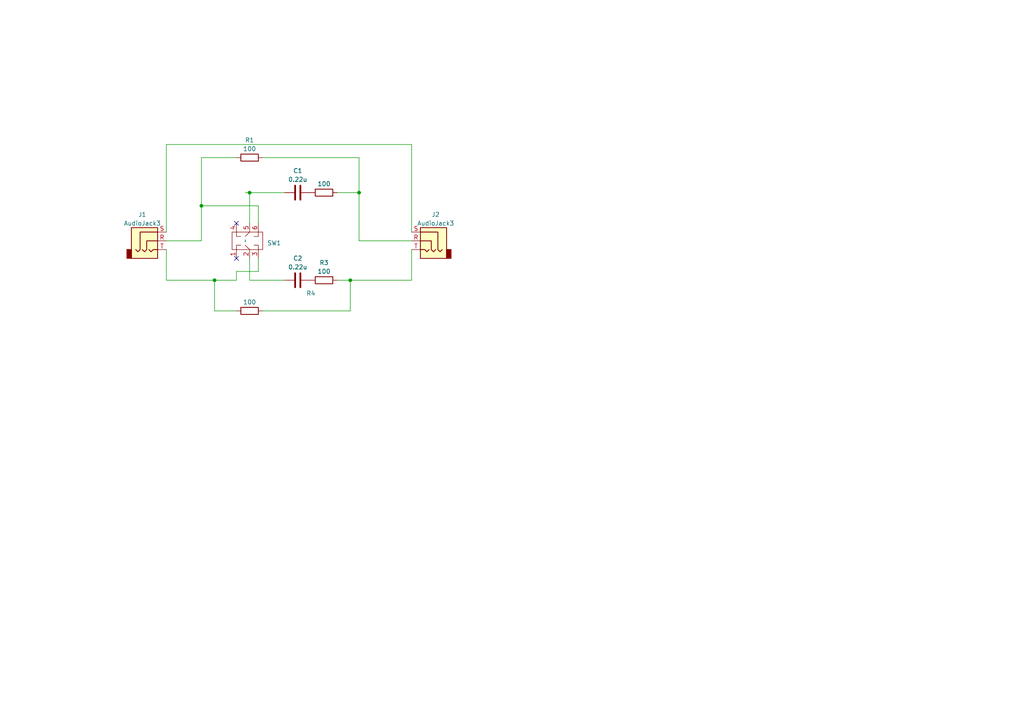
<source format=kicad_sch>
(kicad_sch (version 20230121) (generator eeschema)

  (uuid 158a1466-f2d9-4f54-a98f-fa22485fc04b)

  (paper "A4")

  (lib_symbols
    (symbol "Connector_Audio:AudioJack3" (in_bom yes) (on_board yes)
      (property "Reference" "J" (at 0 8.89 0)
        (effects (font (size 1.27 1.27)))
      )
      (property "Value" "AudioJack3" (at 0 6.35 0)
        (effects (font (size 1.27 1.27)))
      )
      (property "Footprint" "" (at 0 0 0)
        (effects (font (size 1.27 1.27)) hide)
      )
      (property "Datasheet" "~" (at 0 0 0)
        (effects (font (size 1.27 1.27)) hide)
      )
      (property "ki_keywords" "audio jack receptacle stereo headphones phones TRS connector" (at 0 0 0)
        (effects (font (size 1.27 1.27)) hide)
      )
      (property "ki_description" "Audio Jack, 3 Poles (Stereo / TRS)" (at 0 0 0)
        (effects (font (size 1.27 1.27)) hide)
      )
      (property "ki_fp_filters" "Jack*" (at 0 0 0)
        (effects (font (size 1.27 1.27)) hide)
      )
      (symbol "AudioJack3_0_1"
        (rectangle (start -5.08 -5.08) (end -6.35 -2.54)
          (stroke (width 0.254) (type default))
          (fill (type outline))
        )
        (polyline
          (pts
            (xy 0 -2.54)
            (xy 0.635 -3.175)
            (xy 1.27 -2.54)
            (xy 2.54 -2.54)
          )
          (stroke (width 0.254) (type default))
          (fill (type none))
        )
        (polyline
          (pts
            (xy -1.905 -2.54)
            (xy -1.27 -3.175)
            (xy -0.635 -2.54)
            (xy -0.635 0)
            (xy 2.54 0)
          )
          (stroke (width 0.254) (type default))
          (fill (type none))
        )
        (polyline
          (pts
            (xy 2.54 2.54)
            (xy -2.54 2.54)
            (xy -2.54 -2.54)
            (xy -3.175 -3.175)
            (xy -3.81 -2.54)
          )
          (stroke (width 0.254) (type default))
          (fill (type none))
        )
        (rectangle (start 2.54 3.81) (end -5.08 -5.08)
          (stroke (width 0.254) (type default))
          (fill (type background))
        )
      )
      (symbol "AudioJack3_1_1"
        (pin passive line (at 5.08 0 180) (length 2.54)
          (name "~" (effects (font (size 1.27 1.27))))
          (number "R" (effects (font (size 1.27 1.27))))
        )
        (pin passive line (at 5.08 2.54 180) (length 2.54)
          (name "~" (effects (font (size 1.27 1.27))))
          (number "S" (effects (font (size 1.27 1.27))))
        )
        (pin passive line (at 5.08 -2.54 180) (length 2.54)
          (name "~" (effects (font (size 1.27 1.27))))
          (number "T" (effects (font (size 1.27 1.27))))
        )
      )
    )
    (symbol "Device:C" (pin_numbers hide) (pin_names (offset 0.254)) (in_bom yes) (on_board yes)
      (property "Reference" "C" (at 0.635 2.54 0)
        (effects (font (size 1.27 1.27)) (justify left))
      )
      (property "Value" "C" (at 0.635 -2.54 0)
        (effects (font (size 1.27 1.27)) (justify left))
      )
      (property "Footprint" "" (at 0.9652 -3.81 0)
        (effects (font (size 1.27 1.27)) hide)
      )
      (property "Datasheet" "~" (at 0 0 0)
        (effects (font (size 1.27 1.27)) hide)
      )
      (property "ki_keywords" "cap capacitor" (at 0 0 0)
        (effects (font (size 1.27 1.27)) hide)
      )
      (property "ki_description" "Unpolarized capacitor" (at 0 0 0)
        (effects (font (size 1.27 1.27)) hide)
      )
      (property "ki_fp_filters" "C_*" (at 0 0 0)
        (effects (font (size 1.27 1.27)) hide)
      )
      (symbol "C_0_1"
        (polyline
          (pts
            (xy -2.032 -0.762)
            (xy 2.032 -0.762)
          )
          (stroke (width 0.508) (type default))
          (fill (type none))
        )
        (polyline
          (pts
            (xy -2.032 0.762)
            (xy 2.032 0.762)
          )
          (stroke (width 0.508) (type default))
          (fill (type none))
        )
      )
      (symbol "C_1_1"
        (pin passive line (at 0 3.81 270) (length 2.794)
          (name "~" (effects (font (size 1.27 1.27))))
          (number "1" (effects (font (size 1.27 1.27))))
        )
        (pin passive line (at 0 -3.81 90) (length 2.794)
          (name "~" (effects (font (size 1.27 1.27))))
          (number "2" (effects (font (size 1.27 1.27))))
        )
      )
    )
    (symbol "Device:R" (pin_numbers hide) (pin_names (offset 0)) (in_bom yes) (on_board yes)
      (property "Reference" "R" (at 2.032 0 90)
        (effects (font (size 1.27 1.27)))
      )
      (property "Value" "R" (at 0 0 90)
        (effects (font (size 1.27 1.27)))
      )
      (property "Footprint" "" (at -1.778 0 90)
        (effects (font (size 1.27 1.27)) hide)
      )
      (property "Datasheet" "~" (at 0 0 0)
        (effects (font (size 1.27 1.27)) hide)
      )
      (property "ki_keywords" "R res resistor" (at 0 0 0)
        (effects (font (size 1.27 1.27)) hide)
      )
      (property "ki_description" "Resistor" (at 0 0 0)
        (effects (font (size 1.27 1.27)) hide)
      )
      (property "ki_fp_filters" "R_*" (at 0 0 0)
        (effects (font (size 1.27 1.27)) hide)
      )
      (symbol "R_0_1"
        (rectangle (start -1.016 -2.54) (end 1.016 2.54)
          (stroke (width 0.254) (type default))
          (fill (type none))
        )
      )
      (symbol "R_1_1"
        (pin passive line (at 0 3.81 270) (length 1.27)
          (name "~" (effects (font (size 1.27 1.27))))
          (number "1" (effects (font (size 1.27 1.27))))
        )
        (pin passive line (at 0 -3.81 90) (length 1.27)
          (name "~" (effects (font (size 1.27 1.27))))
          (number "2" (effects (font (size 1.27 1.27))))
        )
      )
    )
    (symbol "maylib:CMSD2202TB" (in_bom yes) (on_board yes)
      (property "Reference" "SW" (at 0 6.35 0)
        (effects (font (size 1.27 1.27)))
      )
      (property "Value" "" (at 0 0 0)
        (effects (font (size 1.27 1.27)))
      )
      (property "Footprint" "" (at 0 0 0)
        (effects (font (size 1.27 1.27)) hide)
      )
      (property "Datasheet" "" (at 0 0 0)
        (effects (font (size 1.27 1.27)) hide)
      )
      (symbol "CMSD2202TB_0_1"
        (rectangle (start -2.54 3.81) (end 2.54 -5.08)
          (stroke (width 0) (type default))
          (fill (type none))
        )
        (polyline
          (pts
            (xy -2.54 -1.27)
            (xy -1.27 0)
          )
          (stroke (width 0) (type default))
          (fill (type none))
        )
        (polyline
          (pts
            (xy 2.54 -1.27)
            (xy 1.27 0)
          )
          (stroke (width 0) (type default))
          (fill (type none))
        )
        (polyline
          (pts
            (xy -2.54 -3.81)
            (xy -1.27 -3.81)
            (xy -1.27 -2.54)
          )
          (stroke (width 0) (type default))
          (fill (type none))
        )
        (polyline
          (pts
            (xy -2.54 2.54)
            (xy -1.27 2.54)
            (xy -1.27 1.27)
          )
          (stroke (width 0) (type default))
          (fill (type none))
        )
        (polyline
          (pts
            (xy 2.54 -3.81)
            (xy 1.27 -3.81)
            (xy 1.27 -2.54)
          )
          (stroke (width 0) (type default))
          (fill (type none))
        )
        (polyline
          (pts
            (xy 2.54 2.54)
            (xy 1.27 2.54)
            (xy 1.27 1.27)
          )
          (stroke (width 0) (type default))
          (fill (type none))
        )
      )
      (symbol "CMSD2202TB_1_1"
        (pin input line (at -5.08 2.54 0) (length 2.54)
          (name "" (effects (font (size 1.27 1.27))))
          (number "1" (effects (font (size 1.27 1.27))))
        )
        (pin input line (at -5.08 -1.27 0) (length 2.54)
          (name "" (effects (font (size 1.27 1.27))))
          (number "2" (effects (font (size 1.27 1.27))))
        )
        (pin input line (at -5.08 -3.81 0) (length 2.54)
          (name "" (effects (font (size 1.27 1.27))))
          (number "3" (effects (font (size 1.27 1.27))))
        )
        (pin input line (at 5.08 2.54 180) (length 2.54)
          (name "" (effects (font (size 1.27 1.27))))
          (number "4" (effects (font (size 1.27 1.27))))
        )
        (pin input line (at 5.08 -1.27 180) (length 2.54)
          (name "" (effects (font (size 1.27 1.27))))
          (number "5" (effects (font (size 1.27 1.27))))
        )
        (pin input line (at 5.08 -3.81 180) (length 2.54)
          (name "" (effects (font (size 1.27 1.27))))
          (number "6" (effects (font (size 1.27 1.27))))
        )
      )
    )
  )

  (junction (at 58.42 59.69) (diameter 0) (color 0 0 0 0)
    (uuid 25bc7b9a-e712-416e-b61b-57045b047fed)
  )
  (junction (at 62.23 81.28) (diameter 0) (color 0 0 0 0)
    (uuid 2600767f-1966-4581-9046-c985e9a821af)
  )
  (junction (at 101.6 81.28) (diameter 0) (color 0 0 0 0)
    (uuid 90d9144c-c862-481d-a501-977eeb0a24fb)
  )
  (junction (at 104.14 55.88) (diameter 0) (color 0 0 0 0)
    (uuid 999ac18a-52dc-4292-857e-0632c963a788)
  )
  (junction (at 72.39 55.88) (diameter 0) (color 0 0 0 0)
    (uuid ae2d8ffd-a6ff-4529-bb12-f0187a61847c)
  )

  (no_connect (at 68.58 64.77) (uuid 6f5ae7ab-9e4b-42b5-9b1e-a47c87e7bbba))
  (no_connect (at 68.58 74.93) (uuid c71cfd9c-d7e0-48ed-9370-a17a07ef973b))

  (wire (pts (xy 48.26 69.85) (xy 58.42 69.85))
    (stroke (width 0) (type default))
    (uuid 0dfe29ae-7da9-4448-8692-4ffc56604676)
  )
  (wire (pts (xy 48.26 67.31) (xy 48.26 41.91))
    (stroke (width 0) (type default))
    (uuid 1a8dc917-6739-4529-9f91-1970e792c16f)
  )
  (wire (pts (xy 104.14 45.72) (xy 104.14 55.88))
    (stroke (width 0) (type default))
    (uuid 231c8ba1-8e9f-47c0-9aa0-42f65eed5f48)
  )
  (wire (pts (xy 68.58 78.74) (xy 68.58 81.28))
    (stroke (width 0) (type default))
    (uuid 28d02cb8-fa57-4e85-98a8-c7900fef4942)
  )
  (wire (pts (xy 58.42 59.69) (xy 74.93 59.69))
    (stroke (width 0) (type default))
    (uuid 3298c156-7152-4b40-b69b-c610d93bf443)
  )
  (wire (pts (xy 101.6 81.28) (xy 101.6 90.17))
    (stroke (width 0) (type default))
    (uuid 32f8abc5-b84b-4c95-943b-7de602bbf22b)
  )
  (wire (pts (xy 97.79 55.88) (xy 104.14 55.88))
    (stroke (width 0) (type default))
    (uuid 34138236-8138-43dd-9425-97dd7352f8f7)
  )
  (wire (pts (xy 72.39 74.93) (xy 72.39 81.28))
    (stroke (width 0) (type default))
    (uuid 35fa4af2-515e-4f24-a320-f19c50796421)
  )
  (wire (pts (xy 58.42 59.69) (xy 58.42 69.85))
    (stroke (width 0) (type default))
    (uuid 378af91f-3b0e-4d1a-9678-c00c0b9b41d8)
  )
  (wire (pts (xy 74.93 59.69) (xy 74.93 64.77))
    (stroke (width 0) (type default))
    (uuid 43adfe5f-46f8-4004-83f5-79e9a811b047)
  )
  (wire (pts (xy 58.42 45.72) (xy 58.42 59.69))
    (stroke (width 0) (type default))
    (uuid 4860e64b-5573-4f0a-bfe6-5245a72b6c3f)
  )
  (wire (pts (xy 48.26 72.39) (xy 48.26 81.28))
    (stroke (width 0) (type default))
    (uuid 4a3714a8-f7c0-4ba2-a322-675b7dfbe146)
  )
  (wire (pts (xy 68.58 90.17) (xy 62.23 90.17))
    (stroke (width 0) (type default))
    (uuid 515fc92e-b33f-4257-aa62-88cbde672312)
  )
  (wire (pts (xy 101.6 81.28) (xy 119.38 81.28))
    (stroke (width 0) (type default))
    (uuid 57ec4502-7549-4639-9a34-f1d0c9065534)
  )
  (wire (pts (xy 71.12 55.88) (xy 72.39 55.88))
    (stroke (width 0) (type default))
    (uuid 5e41773d-162b-45e6-9973-cf8dab16c8ff)
  )
  (wire (pts (xy 119.38 41.91) (xy 119.38 67.31))
    (stroke (width 0) (type default))
    (uuid 608fabad-aea2-41af-8d66-30eed6137f6e)
  )
  (wire (pts (xy 62.23 90.17) (xy 62.23 81.28))
    (stroke (width 0) (type default))
    (uuid 670eb524-e47a-483b-9619-45327ef339a1)
  )
  (wire (pts (xy 76.2 90.17) (xy 101.6 90.17))
    (stroke (width 0) (type default))
    (uuid 81c3b840-7906-4708-bc35-d35571bb2f63)
  )
  (wire (pts (xy 104.14 69.85) (xy 119.38 69.85))
    (stroke (width 0) (type default))
    (uuid 943f571a-fa47-4386-b79c-89454b58b049)
  )
  (wire (pts (xy 97.79 81.28) (xy 101.6 81.28))
    (stroke (width 0) (type default))
    (uuid 9e5238c6-cde3-4d0c-a0f8-9576d12eb107)
  )
  (wire (pts (xy 68.58 81.28) (xy 62.23 81.28))
    (stroke (width 0) (type default))
    (uuid 9ffdead9-b20d-473a-9380-3a0e2be7226a)
  )
  (wire (pts (xy 72.39 64.77) (xy 72.39 55.88))
    (stroke (width 0) (type default))
    (uuid a21d0c67-f36e-49a4-9205-af471d93e8f9)
  )
  (wire (pts (xy 74.93 78.74) (xy 74.93 74.93))
    (stroke (width 0) (type default))
    (uuid abfbefe2-d12f-4020-937d-81ede6d6c7dc)
  )
  (wire (pts (xy 76.2 45.72) (xy 104.14 45.72))
    (stroke (width 0) (type default))
    (uuid b3fcea21-0085-4406-9ec3-ba9e08ffc86b)
  )
  (wire (pts (xy 48.26 41.91) (xy 119.38 41.91))
    (stroke (width 0) (type default))
    (uuid ba6eeb18-49fa-4fa1-bdb4-1e1abfa0221c)
  )
  (wire (pts (xy 72.39 55.88) (xy 82.55 55.88))
    (stroke (width 0) (type default))
    (uuid c47e9993-da99-4a08-9bb0-ba35269950f5)
  )
  (wire (pts (xy 72.39 81.28) (xy 82.55 81.28))
    (stroke (width 0) (type default))
    (uuid df944d58-8e43-4134-b1ec-ea88c594e320)
  )
  (wire (pts (xy 48.26 81.28) (xy 62.23 81.28))
    (stroke (width 0) (type default))
    (uuid e4165f33-6b87-47ea-b5e6-d1df964cfa00)
  )
  (wire (pts (xy 58.42 45.72) (xy 68.58 45.72))
    (stroke (width 0) (type default))
    (uuid e947ef84-e721-4d4a-965b-f0fa072495c3)
  )
  (wire (pts (xy 68.58 78.74) (xy 74.93 78.74))
    (stroke (width 0) (type default))
    (uuid ef8420f2-e135-42bc-90c6-a284066e6ff6)
  )
  (wire (pts (xy 119.38 81.28) (xy 119.38 72.39))
    (stroke (width 0) (type default))
    (uuid f1dabd78-07d7-4e11-a373-3fb5460d2f0b)
  )
  (wire (pts (xy 104.14 55.88) (xy 104.14 69.85))
    (stroke (width 0) (type default))
    (uuid feb0bccd-2922-4ac1-896b-0e97bf9a1833)
  )

  (symbol (lib_id "Device:R") (at 72.39 45.72 90) (unit 1)
    (in_bom yes) (on_board yes) (dnp no)
    (uuid 0f6a4684-666b-4e3b-ad25-011892c4736b)
    (property "Reference" "R1" (at 72.39 40.64 90)
      (effects (font (size 1.27 1.27)))
    )
    (property "Value" "100" (at 72.39 43.18 90)
      (effects (font (size 1.27 1.27)))
    )
    (property "Footprint" "Resistor_SMD:R_0603_1608Metric_Pad0.98x0.95mm_HandSolder" (at 72.39 47.498 90)
      (effects (font (size 1.27 1.27)) hide)
    )
    (property "Datasheet" "~" (at 72.39 45.72 0)
      (effects (font (size 1.27 1.27)) hide)
    )
    (pin "1" (uuid 7bb725c0-66a0-4ba2-ba54-82ea4f51d73b))
    (pin "2" (uuid 3e578a22-4089-4a30-a449-6b6dda5b7f88))
    (instances
      (project "erforasmr_2U"
        (path "/158a1466-f2d9-4f54-a98f-fa22485fc04b"
          (reference "R1") (unit 1)
        )
      )
    )
  )

  (symbol (lib_id "Device:R") (at 72.39 90.17 90) (unit 1)
    (in_bom yes) (on_board yes) (dnp no)
    (uuid 414d2fa9-249a-461f-b241-82f7be91a632)
    (property "Reference" "R4" (at 90.17 85.09 90)
      (effects (font (size 1.27 1.27)))
    )
    (property "Value" "100" (at 72.39 87.63 90)
      (effects (font (size 1.27 1.27)))
    )
    (property "Footprint" "Resistor_SMD:R_0603_1608Metric_Pad0.98x0.95mm_HandSolder" (at 72.39 91.948 90)
      (effects (font (size 1.27 1.27)) hide)
    )
    (property "Datasheet" "~" (at 72.39 90.17 0)
      (effects (font (size 1.27 1.27)) hide)
    )
    (pin "1" (uuid f1b26263-e259-420f-8c84-4935e2c4ea3f))
    (pin "2" (uuid 4c537ca2-dd70-4f77-a3f2-e61418c8d976))
    (instances
      (project "erforasmr_2U"
        (path "/158a1466-f2d9-4f54-a98f-fa22485fc04b"
          (reference "R4") (unit 1)
        )
      )
    )
  )

  (symbol (lib_id "Connector_Audio:AudioJack3") (at 43.18 69.85 0) (unit 1)
    (in_bom yes) (on_board yes) (dnp no) (fields_autoplaced)
    (uuid 8604cc9d-cb98-4ae7-8987-3c014554c95a)
    (property "Reference" "J1" (at 41.275 62.23 0)
      (effects (font (size 1.27 1.27)))
    )
    (property "Value" "AudioJack3" (at 41.275 64.77 0)
      (effects (font (size 1.27 1.27)))
    )
    (property "Footprint" "Connector_Audio:Jack_3.5mm_Switronic_ST-005-G_horizontal" (at 43.18 69.85 0)
      (effects (font (size 1.27 1.27)) hide)
    )
    (property "Datasheet" "~" (at 43.18 69.85 0)
      (effects (font (size 1.27 1.27)) hide)
    )
    (pin "R" (uuid 5b8b5c96-ae04-4f9f-8754-0329370a621a))
    (pin "S" (uuid a143db65-4839-4c1d-aef7-c1892b7e7ced))
    (pin "T" (uuid a5b20cd4-23e1-4608-a1f1-63fd5580ed9b))
    (instances
      (project "erforasmr_2U"
        (path "/158a1466-f2d9-4f54-a98f-fa22485fc04b"
          (reference "J1") (unit 1)
        )
      )
    )
  )

  (symbol (lib_id "Device:C") (at 86.36 81.28 90) (unit 1)
    (in_bom yes) (on_board yes) (dnp no) (fields_autoplaced)
    (uuid 86c81a53-f3e3-4848-baae-861cc2c7c570)
    (property "Reference" "C2" (at 86.36 74.93 90)
      (effects (font (size 1.27 1.27)))
    )
    (property "Value" "0.22u" (at 86.36 77.47 90)
      (effects (font (size 1.27 1.27)))
    )
    (property "Footprint" "Capacitor_SMD:C_0805_2012Metric_Pad1.18x1.45mm_HandSolder" (at 90.17 80.3148 0)
      (effects (font (size 1.27 1.27)) hide)
    )
    (property "Datasheet" "~" (at 86.36 81.28 0)
      (effects (font (size 1.27 1.27)) hide)
    )
    (pin "1" (uuid e845fa92-2c38-4c77-a748-b5b13c72af37))
    (pin "2" (uuid 57eb8b00-2ea9-45fe-8c49-ec2707f9f2e1))
    (instances
      (project "erforasmr_2U"
        (path "/158a1466-f2d9-4f54-a98f-fa22485fc04b"
          (reference "C2") (unit 1)
        )
      )
    )
  )

  (symbol (lib_id "Device:R") (at 93.98 81.28 90) (unit 1)
    (in_bom yes) (on_board yes) (dnp no) (fields_autoplaced)
    (uuid 87515c95-05ec-45e2-b56d-f267fd354ef6)
    (property "Reference" "R3" (at 93.98 76.2 90)
      (effects (font (size 1.27 1.27)))
    )
    (property "Value" "100" (at 93.98 78.74 90)
      (effects (font (size 1.27 1.27)))
    )
    (property "Footprint" "Resistor_SMD:R_0603_1608Metric_Pad0.98x0.95mm_HandSolder" (at 93.98 83.058 90)
      (effects (font (size 1.27 1.27)) hide)
    )
    (property "Datasheet" "~" (at 93.98 81.28 0)
      (effects (font (size 1.27 1.27)) hide)
    )
    (pin "1" (uuid c97c0e3c-0a55-48c5-8c39-5500f67da1d4))
    (pin "2" (uuid 0d52c9f7-ca52-4510-83be-cf357c78ee7a))
    (instances
      (project "erforasmr_2U"
        (path "/158a1466-f2d9-4f54-a98f-fa22485fc04b"
          (reference "R3") (unit 1)
        )
      )
    )
  )

  (symbol (lib_id "Device:C") (at 86.36 55.88 90) (unit 1)
    (in_bom yes) (on_board yes) (dnp no) (fields_autoplaced)
    (uuid b6dffb52-dc31-4807-82e4-2c313b292baa)
    (property "Reference" "C1" (at 86.36 49.53 90)
      (effects (font (size 1.27 1.27)))
    )
    (property "Value" "0.22u" (at 86.36 52.07 90)
      (effects (font (size 1.27 1.27)))
    )
    (property "Footprint" "Capacitor_SMD:C_0805_2012Metric_Pad1.18x1.45mm_HandSolder" (at 90.17 54.9148 0)
      (effects (font (size 1.27 1.27)) hide)
    )
    (property "Datasheet" "~" (at 86.36 55.88 0)
      (effects (font (size 1.27 1.27)) hide)
    )
    (pin "1" (uuid 9f5ccd05-d99a-4254-bfce-75849621ea5d))
    (pin "2" (uuid b4105a35-6915-40f2-a3f5-729bf59e06f0))
    (instances
      (project "erforasmr_2U"
        (path "/158a1466-f2d9-4f54-a98f-fa22485fc04b"
          (reference "C1") (unit 1)
        )
      )
    )
  )

  (symbol (lib_id "Connector_Audio:AudioJack3") (at 124.46 69.85 0) (mirror y) (unit 1)
    (in_bom yes) (on_board yes) (dnp no)
    (uuid d7e25e35-927a-4580-99d5-bab144fbdb15)
    (property "Reference" "J2" (at 126.365 62.23 0)
      (effects (font (size 1.27 1.27)))
    )
    (property "Value" "AudioJack3" (at 126.365 64.77 0)
      (effects (font (size 1.27 1.27)))
    )
    (property "Footprint" "Connector_Audio:Jack_3.5mm_Switronic_ST-005-G_horizontal" (at 124.46 69.85 0)
      (effects (font (size 1.27 1.27)) hide)
    )
    (property "Datasheet" "~" (at 124.46 69.85 0)
      (effects (font (size 1.27 1.27)) hide)
    )
    (pin "R" (uuid f38be079-0695-4fdf-a97e-432998ef0b2d))
    (pin "S" (uuid d5338284-7bf1-45e3-b2fd-966f018da654))
    (pin "T" (uuid 410bcef5-c001-44db-9bb8-4b786b10bd3a))
    (instances
      (project "erforasmr_2U"
        (path "/158a1466-f2d9-4f54-a98f-fa22485fc04b"
          (reference "J2") (unit 1)
        )
      )
    )
  )

  (symbol (lib_id "maylib:CMSD2202TB") (at 71.12 69.85 90) (unit 1)
    (in_bom yes) (on_board yes) (dnp no) (fields_autoplaced)
    (uuid ea9f6fce-ebb2-4263-ac33-e433bae36cc5)
    (property "Reference" "SW1" (at 77.47 70.485 90)
      (effects (font (size 1.27 1.27)) (justify right))
    )
    (property "Value" "~" (at 71.12 69.85 0)
      (effects (font (size 1.27 1.27)))
    )
    (property "Footprint" "mylib:CMS-2202TB" (at 71.12 69.85 0)
      (effects (font (size 1.27 1.27)) hide)
    )
    (property "Datasheet" "" (at 71.12 69.85 0)
      (effects (font (size 1.27 1.27)) hide)
    )
    (pin "1" (uuid 4e0ba032-9cc5-4aec-af16-eeab965ffdc2))
    (pin "2" (uuid 421ab4ef-fd64-47f8-abbe-104e1558f4d7))
    (pin "3" (uuid 996dbdca-97e0-4c2a-bba3-d489f5f23f9f))
    (pin "4" (uuid 2dd7dafb-0d02-4e1d-8bb6-c05a604083f9))
    (pin "5" (uuid 703f31a3-4c02-450c-ad82-206bf4525818))
    (pin "6" (uuid 76d9500d-7861-477b-921e-b093a25a4bbb))
    (instances
      (project "erforasmr_2U"
        (path "/158a1466-f2d9-4f54-a98f-fa22485fc04b"
          (reference "SW1") (unit 1)
        )
      )
    )
  )

  (symbol (lib_id "Device:R") (at 93.98 55.88 90) (unit 1)
    (in_bom yes) (on_board yes) (dnp no) (fields_autoplaced)
    (uuid f4e75719-5ba0-4822-926e-2625544d831a)
    (property "Reference" "R2" (at 93.98 50.8 90)
      (effects (font (size 1.27 1.27)) hide)
    )
    (property "Value" "100" (at 93.98 53.34 90)
      (effects (font (size 1.27 1.27)))
    )
    (property "Footprint" "Resistor_SMD:R_0603_1608Metric_Pad0.98x0.95mm_HandSolder" (at 93.98 57.658 90)
      (effects (font (size 1.27 1.27)) hide)
    )
    (property "Datasheet" "~" (at 93.98 55.88 0)
      (effects (font (size 1.27 1.27)) hide)
    )
    (pin "1" (uuid 6ca2063e-9ffe-4990-9b19-a26cd10ed422))
    (pin "2" (uuid d92b9cf6-9095-4efc-8aa2-ccba094cda31))
    (instances
      (project "erforasmr_2U"
        (path "/158a1466-f2d9-4f54-a98f-fa22485fc04b"
          (reference "R2") (unit 1)
        )
      )
    )
  )

  (sheet_instances
    (path "/" (page "1"))
  )
)

</source>
